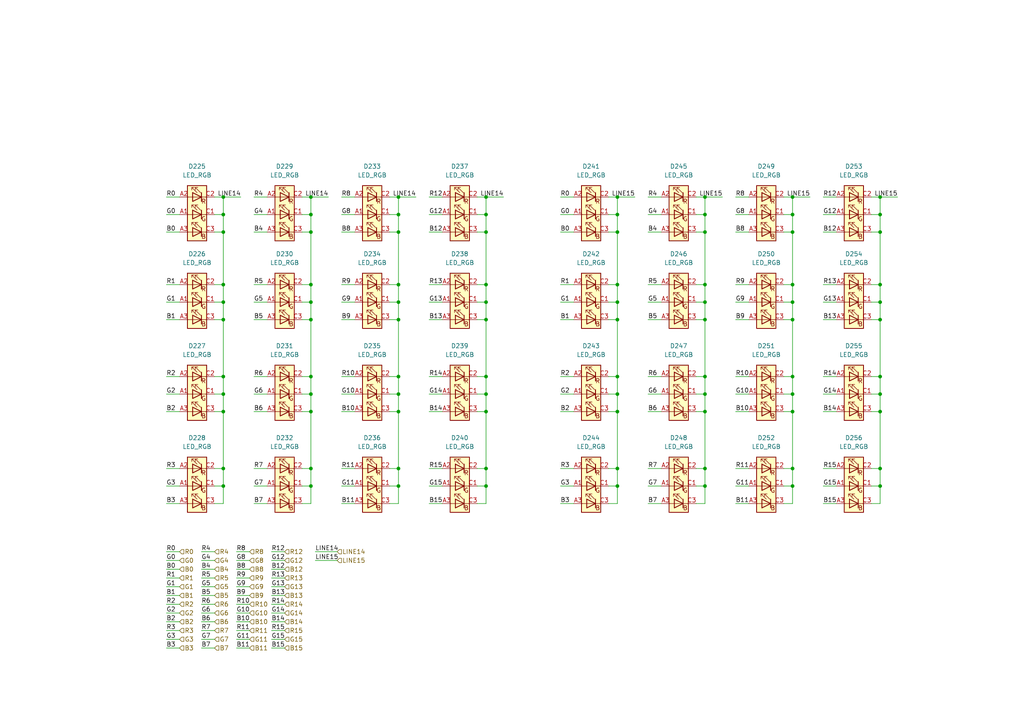
<source format=kicad_sch>
(kicad_sch (version 20250114) (generator "eeschema") (generator_version "9.0")
  (paper "A4")
  (lib_symbols
    (symbol "LRTBGVSR-4U4V-JW+8A8B-D8-3S4U-:LED_RGB" (pin_names (offset 0) (hide yes))
      (property "Reference" "D?" (at 0 13.97 0))
      (property "Value" "LED_RGB" (at 0 11.43 0))
      (symbol "LED_RGB_0_0"
        (text "R" (at -1.905 3.81 0) (effects (font (size 1.27 1.27))))
        (text "G" (at -1.905 -1.27 0) (effects (font (size 1.27 1.27))))
        (text "B" (at -1.905 -6.35 0) (effects (font (size 1.27 1.27))))
      )
      (symbol "LED_RGB_0_1"
        (polyline (pts (xy -1.27 6.35) (xy -1.27 3.81)) (stroke (width 0.254)))
        (polyline (pts (xy -1.27 6.35) (xy -1.27 3.81) (xy -1.27 3.81)))
        (polyline (pts (xy -1.27 5.08) (xy -2.54 5.08)))
        (polyline (pts (xy -1.27 5.08) (xy 1.27 5.08)))
        (polyline (pts (xy -1.27 1.27) (xy -1.27 -1.27)) (stroke (width 0.254)))
        (polyline (pts (xy -1.27 1.27) (xy -1.27 -1.27) (xy -1.27 -1.27)))
        (polyline (pts (xy -1.27 0) (xy -2.54 0)))
        (polyline (pts (xy -1.27 -3.81) (xy -1.27 -6.35)) (stroke (width 0.254)))
        (polyline (pts (xy -1.27 -5.08) (xy -2.54 -5.08)))
        (polyline (pts (xy -1.27 -5.08) (xy 1.27 -5.08)))
        (polyline (pts (xy -1.016 6.35) (xy 0.508 7.874) (xy -0.254 7.874) (xy 0.508 7.874) (xy 0.508 7.112)))
        (polyline (pts (xy -1.016 1.27) (xy 0.508 2.794) (xy -0.254 2.794) (xy 0.508 2.794) (xy 0.508 2.032)))
        (polyline (pts (xy -1.016 -3.81) (xy 0.508 -2.286) (xy -0.254 -2.286) (xy 0.508 -2.286) (xy 0.508 -3.048)))
        (polyline (pts (xy 0 6.35) (xy 1.524 7.874) (xy 0.762 7.874) (xy 1.524 7.874) (xy 1.524 7.112)))
        (polyline (pts (xy 0 1.27) (xy 1.524 2.794) (xy 0.762 2.794) (xy 1.524 2.794) (xy 1.524 2.032)))
        (polyline (pts (xy 0 -3.81) (xy 1.524 -2.286) (xy 0.762 -2.286) (xy 1.524 -2.286) (xy 1.524 -3.048)))
        (polyline (pts (xy 1.27 6.35) (xy 1.27 3.81) (xy -1.27 5.08) (xy 1.27 6.35)) (stroke (width 0.254)))
        (rectangle (start 1.27 6.35) (end 1.27 6.35))
        (polyline (pts (xy 1.27 5.08) (xy 2.54 5.08)))
        (rectangle (start 1.27 3.81) (end 1.27 6.35))
        (polyline (pts (xy 1.27 1.27) (xy 1.27 -1.27) (xy -1.27 0) (xy 1.27 1.27)) (stroke (width 0.254)))
        (rectangle (start 1.27 1.27) (end 1.27 1.27))
        (polyline (pts (xy 1.27 0) (xy -1.27 0)))
        (polyline (pts (xy 1.27 0) (xy 2.54 0)))
        (rectangle (start 1.27 -1.27) (end 1.27 1.27))
        (polyline (pts (xy 1.27 -3.81) (xy 1.27 -6.35) (xy -1.27 -5.08) (xy 1.27 -3.81)) (stroke (width 0.254)))
        (polyline (pts (xy 1.27 -5.08) (xy 2.54 -5.08)))
        (rectangle (start 2.794 8.382) (end -2.794 -7.62) (stroke (width 0.254)) (fill (type background)))
      )
      (symbol "LED_RGB_1_1"
        (pin passive line (at -5.08 5.08 0) (length 2.54) (name "RK") (number "C2"))
        (pin passive line (at -5.08 0 0) (length 2.54) (name "GK") (number "C1"))
        (pin passive line (at -5.08 -5.08 0) (length 2.54) (name "BK") (number "C3"))
        (pin passive line (at 5.08 5.08 180) (length 2.54) (name "RA") (number "A2"))
        (pin passive line (at 5.08 0 180) (length 2.54) (name "GA") (number "A1"))
        (pin passive line (at 5.08 -5.08 180) (length 2.54) (name "BA") (number "A3"))
      )
    )
  )
  (junction (at 140.97 67.31))
  (junction (at 179.07 57.15))
  (junction (at 115.57 57.15))
  (junction (at 204.47 67.31))
  (junction (at 64.77 135.89))
  (junction (at 90.17 57.15))
  (junction (at 255.27 57.15))
  (junction (at 140.97 119.38))
  (junction (at 115.57 135.89))
  (junction (at 204.47 87.63))
  (junction (at 229.87 87.63))
  (junction (at 255.27 62.23))
  (junction (at 179.07 82.55))
  (junction (at 90.17 135.89))
  (junction (at 255.27 114.3))
  (junction (at 115.57 87.63))
  (junction (at 115.57 82.55))
  (junction (at 90.17 67.31))
  (junction (at 115.57 67.31))
  (junction (at 255.27 92.71))
  (junction (at 90.17 109.22))
  (junction (at 140.97 62.23))
  (junction (at 140.97 109.22))
  (junction (at 64.77 62.23))
  (junction (at 140.97 135.89))
  (junction (at 64.77 87.63))
  (junction (at 90.17 82.55))
  (junction (at 90.17 87.63))
  (junction (at 115.57 140.97))
  (junction (at 115.57 114.3))
  (junction (at 179.07 87.63))
  (junction (at 229.87 114.3))
  (junction (at 255.27 82.55))
  (junction (at 255.27 135.89))
  (junction (at 179.07 109.22))
  (junction (at 179.07 119.38))
  (junction (at 64.77 109.22))
  (junction (at 204.47 109.22))
  (junction (at 229.87 67.31))
  (junction (at 204.47 114.3))
  (junction (at 255.27 67.31))
  (junction (at 140.97 92.71))
  (junction (at 179.07 114.3))
  (junction (at 90.17 114.3))
  (junction (at 229.87 140.97))
  (junction (at 115.57 119.38))
  (junction (at 140.97 87.63))
  (junction (at 179.07 92.71))
  (junction (at 64.77 92.71))
  (junction (at 255.27 140.97))
  (junction (at 255.27 109.22))
  (junction (at 64.77 119.38))
  (junction (at 90.17 119.38))
  (junction (at 64.77 67.31))
  (junction (at 204.47 140.97))
  (junction (at 229.87 92.71))
  (junction (at 204.47 119.38))
  (junction (at 204.47 92.71))
  (junction (at 90.17 92.71))
  (junction (at 115.57 109.22))
  (junction (at 204.47 57.15))
  (junction (at 255.27 87.63))
  (junction (at 90.17 140.97))
  (junction (at 64.77 114.3))
  (junction (at 179.07 62.23))
  (junction (at 204.47 62.23))
  (junction (at 229.87 109.22))
  (junction (at 204.47 135.89))
  (junction (at 179.07 135.89))
  (junction (at 229.87 82.55))
  (junction (at 229.87 119.38))
  (junction (at 64.77 140.97))
  (junction (at 115.57 62.23))
  (junction (at 140.97 140.97))
  (junction (at 64.77 82.55))
  (junction (at 115.57 92.71))
  (junction (at 204.47 82.55))
  (junction (at 179.07 67.31))
  (junction (at 64.77 57.15))
  (junction (at 255.27 119.38))
  (junction (at 90.17 62.23))
  (junction (at 140.97 114.3))
  (junction (at 229.87 135.89))
  (junction (at 229.87 62.23))
  (junction (at 179.07 140.97))
  (junction (at 140.97 82.55))
  (junction (at 140.97 57.15))
  (junction (at 229.87 57.15))
  (wire (pts (xy 255.27 109.22) (xy 255.27 114.3)))
  (wire (pts (xy 229.87 109.22) (xy 227.33 109.22)))
  (wire (pts (xy 204.47 135.89) (xy 204.47 140.97)))
  (wire (pts (xy 229.87 119.38) (xy 229.87 135.89)))
  (wire (pts (xy 255.27 62.23) (xy 255.27 67.31)))
  (wire (pts (xy 255.27 57.15) (xy 252.73 57.15)))
  (wire (pts (xy 179.07 62.23) (xy 176.53 62.23)))
  (wire (pts (xy 255.27 114.3) (xy 255.27 119.38)))
  (wire (pts (xy 242.57 82.55) (xy 238.76 82.55)))
  (wire (pts (xy 115.57 146.05) (xy 113.03 146.05)))
  (wire (pts (xy 140.97 82.55) (xy 140.97 87.63)))
  (wire (pts (xy 64.77 87.63) (xy 64.77 92.71)))
  (wire (pts (xy 78.74 160.02) (xy 82.55 160.02)))
  (wire (pts (xy 204.47 67.31) (xy 204.47 82.55)))
  (wire (pts (xy 78.74 185.42) (xy 82.55 185.42)))
  (wire (pts (xy 77.47 92.71) (xy 73.66 92.71)))
  (wire (pts (xy 140.97 82.55) (xy 138.43 82.55)))
  (wire (pts (xy 204.47 57.15) (xy 209.55 57.15)))
  (wire (pts (xy 58.42 177.8) (xy 62.23 177.8)))
  (wire (pts (xy 64.77 119.38) (xy 62.23 119.38)))
  (wire (pts (xy 68.58 182.88) (xy 72.39 182.88)))
  (wire (pts (xy 90.17 62.23) (xy 87.63 62.23)))
  (wire (pts (xy 115.57 135.89) (xy 113.03 135.89)))
  (wire (pts (xy 217.17 146.05) (xy 213.36 146.05)))
  (wire (pts (xy 217.17 57.15) (xy 213.36 57.15)))
  (wire (pts (xy 64.77 67.31) (xy 62.23 67.31)))
  (wire (pts (xy 191.77 109.22) (xy 187.96 109.22)))
  (wire (pts (xy 255.27 57.15) (xy 255.27 62.23)))
  (wire (pts (xy 140.97 57.15) (xy 138.43 57.15)))
  (wire (pts (xy 115.57 57.15) (xy 120.65 57.15)))
  (wire (pts (xy 90.17 92.71) (xy 87.63 92.71)))
  (wire (pts (xy 52.07 92.71) (xy 48.26 92.71)))
  (wire (pts (xy 90.17 57.15) (xy 90.17 62.23)))
  (wire (pts (xy 68.58 187.96) (xy 72.39 187.96)))
  (wire (pts (xy 91.44 162.56) (xy 97.79 162.56)))
  (wire (pts (xy 166.37 92.71) (xy 162.56 92.71)))
  (wire (pts (xy 58.42 187.96) (xy 62.23 187.96)))
  (wire (pts (xy 64.77 109.22) (xy 62.23 109.22)))
  (wire (pts (xy 191.77 119.38) (xy 187.96 119.38)))
  (wire (pts (xy 229.87 62.23) (xy 229.87 67.31)))
  (wire (pts (xy 68.58 162.56) (xy 72.39 162.56)))
  (wire (pts (xy 217.17 82.55) (xy 213.36 82.55)))
  (wire (pts (xy 58.42 182.88) (xy 62.23 182.88)))
  (wire (pts (xy 179.07 57.15) (xy 176.53 57.15)))
  (wire (pts (xy 77.47 119.38) (xy 73.66 119.38)))
  (wire (pts (xy 204.47 140.97) (xy 204.47 146.05)))
  (wire (pts (xy 255.27 87.63) (xy 252.73 87.63)))
  (wire (pts (xy 102.87 62.23) (xy 99.06 62.23)))
  (wire (pts (xy 229.87 82.55) (xy 229.87 87.63)))
  (wire (pts (xy 217.17 87.63) (xy 213.36 87.63)))
  (wire (pts (xy 255.27 119.38) (xy 252.73 119.38)))
  (wire (pts (xy 52.07 82.55) (xy 48.26 82.55)))
  (wire (pts (xy 90.17 57.15) (xy 87.63 57.15)))
  (wire (pts (xy 204.47 140.97) (xy 201.93 140.97)))
  (wire (pts (xy 90.17 109.22) (xy 90.17 114.3)))
  (wire (pts (xy 204.47 62.23) (xy 204.47 67.31)))
  (wire (pts (xy 255.27 62.23) (xy 252.73 62.23)))
  (wire (pts (xy 140.97 67.31) (xy 138.43 67.31)))
  (wire (pts (xy 229.87 62.23) (xy 227.33 62.23)))
  (wire (pts (xy 255.27 87.63) (xy 255.27 92.71)))
  (wire (pts (xy 255.27 82.55) (xy 255.27 87.63)))
  (wire (pts (xy 48.26 187.96) (xy 52.07 187.96)))
  (wire (pts (xy 128.27 146.05) (xy 124.46 146.05)))
  (wire (pts (xy 102.87 114.3) (xy 99.06 114.3)))
  (wire (pts (xy 115.57 92.71) (xy 115.57 109.22)))
  (wire (pts (xy 90.17 109.22) (xy 87.63 109.22)))
  (wire (pts (xy 64.77 82.55) (xy 64.77 87.63)))
  (wire (pts (xy 166.37 114.3) (xy 162.56 114.3)))
  (wire (pts (xy 242.57 114.3) (xy 238.76 114.3)))
  (wire (pts (xy 140.97 87.63) (xy 138.43 87.63)))
  (wire (pts (xy 77.47 67.31) (xy 73.66 67.31)))
  (wire (pts (xy 90.17 114.3) (xy 90.17 119.38)))
  (wire (pts (xy 90.17 62.23) (xy 90.17 67.31)))
  (wire (pts (xy 191.77 67.31) (xy 187.96 67.31)))
  (wire (pts (xy 115.57 57.15) (xy 113.03 57.15)))
  (wire (pts (xy 204.47 57.15) (xy 204.47 62.23)))
  (wire (pts (xy 78.74 162.56) (xy 82.55 162.56)))
  (wire (pts (xy 128.27 135.89) (xy 124.46 135.89)))
  (wire (pts (xy 64.77 114.3) (xy 62.23 114.3)))
  (wire (pts (xy 115.57 109.22) (xy 113.03 109.22)))
  (wire (pts (xy 255.27 109.22) (xy 252.73 109.22)))
  (wire (pts (xy 255.27 67.31) (xy 255.27 82.55)))
  (wire (pts (xy 90.17 119.38) (xy 90.17 135.89)))
  (wire (pts (xy 217.17 62.23) (xy 213.36 62.23)))
  (wire (pts (xy 255.27 140.97) (xy 252.73 140.97)))
  (wire (pts (xy 166.37 140.97) (xy 162.56 140.97)))
  (wire (pts (xy 78.74 165.1) (xy 82.55 165.1)))
  (wire (pts (xy 77.47 62.23) (xy 73.66 62.23)))
  (wire (pts (xy 58.42 160.02) (xy 62.23 160.02)))
  (wire (pts (xy 204.47 92.71) (xy 204.47 109.22)))
  (wire (pts (xy 204.47 109.22) (xy 204.47 114.3)))
  (wire (pts (xy 68.58 165.1) (xy 72.39 165.1)))
  (wire (pts (xy 217.17 114.3) (xy 213.36 114.3)))
  (wire (pts (xy 242.57 146.05) (xy 238.76 146.05)))
  (wire (pts (xy 140.97 62.23) (xy 138.43 62.23)))
  (wire (pts (xy 128.27 82.55) (xy 124.46 82.55)))
  (wire (pts (xy 166.37 62.23) (xy 162.56 62.23)))
  (wire (pts (xy 102.87 109.22) (xy 99.06 109.22)))
  (wire (pts (xy 191.77 146.05) (xy 187.96 146.05)))
  (wire (pts (xy 90.17 82.55) (xy 87.63 82.55)))
  (wire (pts (xy 52.07 114.3) (xy 48.26 114.3)))
  (wire (pts (xy 140.97 135.89) (xy 138.43 135.89)))
  (wire (pts (xy 64.77 92.71) (xy 64.77 109.22)))
  (wire (pts (xy 64.77 62.23) (xy 62.23 62.23)))
  (wire (pts (xy 78.74 170.18) (xy 82.55 170.18)))
  (wire (pts (xy 52.07 109.22) (xy 48.26 109.22)))
  (wire (pts (xy 77.47 82.55) (xy 73.66 82.55)))
  (wire (pts (xy 115.57 135.89) (xy 115.57 140.97)))
  (wire (pts (xy 90.17 146.05) (xy 87.63 146.05)))
  (wire (pts (xy 90.17 119.38) (xy 87.63 119.38)))
  (wire (pts (xy 191.77 92.71) (xy 187.96 92.71)))
  (wire (pts (xy 179.07 62.23) (xy 179.07 67.31)))
  (wire (pts (xy 242.57 140.97) (xy 238.76 140.97)))
  (wire (pts (xy 179.07 114.3) (xy 179.07 119.38)))
  (wire (pts (xy 204.47 114.3) (xy 204.47 119.38)))
  (wire (pts (xy 204.47 82.55) (xy 201.93 82.55)))
  (wire (pts (xy 255.27 135.89) (xy 252.73 135.89)))
  (wire (pts (xy 102.87 57.15) (xy 99.06 57.15)))
  (wire (pts (xy 179.07 92.71) (xy 179.07 109.22)))
  (wire (pts (xy 102.87 140.97) (xy 99.06 140.97)))
  (wire (pts (xy 140.97 87.63) (xy 140.97 92.71)))
  (wire (pts (xy 229.87 135.89) (xy 227.33 135.89)))
  (wire (pts (xy 102.87 146.05) (xy 99.06 146.05)))
  (wire (pts (xy 64.77 82.55) (xy 62.23 82.55)))
  (wire (pts (xy 179.07 92.71) (xy 176.53 92.71)))
  (wire (pts (xy 90.17 57.15) (xy 95.25 57.15)))
  (wire (pts (xy 229.87 119.38) (xy 227.33 119.38)))
  (wire (pts (xy 90.17 135.89) (xy 87.63 135.89)))
  (wire (pts (xy 140.97 109.22) (xy 140.97 114.3)))
  (wire (pts (xy 242.57 92.71) (xy 238.76 92.71)))
  (wire (pts (xy 255.27 92.71) (xy 252.73 92.71)))
  (wire (pts (xy 52.07 119.38) (xy 48.26 119.38)))
  (wire (pts (xy 166.37 82.55) (xy 162.56 82.55)))
  (wire (pts (xy 48.26 165.1) (xy 52.07 165.1)))
  (wire (pts (xy 128.27 119.38) (xy 124.46 119.38)))
  (wire (pts (xy 179.07 82.55) (xy 179.07 87.63)))
  (wire (pts (xy 191.77 114.3) (xy 187.96 114.3)))
  (wire (pts (xy 166.37 146.05) (xy 162.56 146.05)))
  (wire (pts (xy 204.47 82.55) (xy 204.47 87.63)))
  (wire (pts (xy 77.47 146.05) (xy 73.66 146.05)))
  (wire (pts (xy 179.07 140.97) (xy 176.53 140.97)))
  (wire (pts (xy 140.97 57.15) (xy 140.97 62.23)))
  (wire (pts (xy 58.42 180.34) (xy 62.23 180.34)))
  (wire (pts (xy 204.47 92.71) (xy 201.93 92.71)))
  (wire (pts (xy 58.42 175.26) (xy 62.23 175.26)))
  (wire (pts (xy 115.57 92.71) (xy 113.03 92.71)))
  (wire (pts (xy 115.57 119.38) (xy 113.03 119.38)))
  (wire (pts (xy 52.07 146.05) (xy 48.26 146.05)))
  (wire (pts (xy 242.57 67.31) (xy 238.76 67.31)))
  (wire (pts (xy 179.07 87.63) (xy 179.07 92.71)))
  (wire (pts (xy 255.27 135.89) (xy 255.27 140.97)))
  (wire (pts (xy 229.87 87.63) (xy 229.87 92.71)))
  (wire (pts (xy 77.47 114.3) (xy 73.66 114.3)))
  (wire (pts (xy 255.27 92.71) (xy 255.27 109.22)))
  (wire (pts (xy 64.77 62.23) (xy 64.77 67.31)))
  (wire (pts (xy 217.17 135.89) (xy 213.36 135.89)))
  (wire (pts (xy 191.77 57.15) (xy 187.96 57.15)))
  (wire (pts (xy 217.17 67.31) (xy 213.36 67.31)))
  (wire (pts (xy 179.07 114.3) (xy 176.53 114.3)))
  (wire (pts (xy 58.42 167.64) (xy 62.23 167.64)))
  (wire (pts (xy 204.47 119.38) (xy 204.47 135.89)))
  (wire (pts (xy 204.47 146.05) (xy 201.93 146.05)))
  (wire (pts (xy 48.26 172.72) (xy 52.07 172.72)))
  (wire (pts (xy 52.07 67.31) (xy 48.26 67.31)))
  (wire (pts (xy 64.77 146.05) (xy 62.23 146.05)))
  (wire (pts (xy 229.87 92.71) (xy 229.87 109.22)))
  (wire (pts (xy 140.97 67.31) (xy 140.97 82.55)))
  (wire (pts (xy 58.42 185.42) (xy 62.23 185.42)))
  (wire (pts (xy 48.26 182.88) (xy 52.07 182.88)))
  (wire (pts (xy 191.77 82.55) (xy 187.96 82.55)))
  (wire (pts (xy 48.26 175.26) (xy 52.07 175.26)))
  (wire (pts (xy 229.87 67.31) (xy 227.33 67.31)))
  (wire (pts (xy 68.58 170.18) (xy 72.39 170.18)))
  (wire (pts (xy 115.57 67.31) (xy 113.03 67.31)))
  (wire (pts (xy 179.07 67.31) (xy 179.07 82.55)))
  (wire (pts (xy 90.17 87.63) (xy 90.17 92.71)))
  (wire (pts (xy 64.77 109.22) (xy 64.77 114.3)))
  (wire (pts (xy 179.07 140.97) (xy 179.07 146.05)))
  (wire (pts (xy 48.26 160.02) (xy 52.07 160.02)))
  (wire (pts (xy 140.97 119.38) (xy 138.43 119.38)))
  (wire (pts (xy 179.07 146.05) (xy 176.53 146.05)))
  (wire (pts (xy 77.47 140.97) (xy 73.66 140.97)))
  (wire (pts (xy 166.37 57.15) (xy 162.56 57.15)))
  (wire (pts (xy 58.42 172.72) (xy 62.23 172.72)))
  (wire (pts (xy 255.27 146.05) (xy 252.73 146.05)))
  (wire (pts (xy 52.07 140.97) (xy 48.26 140.97)))
  (wire (pts (xy 102.87 87.63) (xy 99.06 87.63)))
  (wire (pts (xy 90.17 140.97) (xy 87.63 140.97)))
  (wire (pts (xy 64.77 87.63) (xy 62.23 87.63)))
  (wire (pts (xy 255.27 57.15) (xy 260.35 57.15)))
  (wire (pts (xy 90.17 87.63) (xy 87.63 87.63)))
  (wire (pts (xy 229.87 114.3) (xy 227.33 114.3)))
  (wire (pts (xy 68.58 177.8) (xy 72.39 177.8)))
  (wire (pts (xy 115.57 140.97) (xy 113.03 140.97)))
  (wire (pts (xy 78.74 187.96) (xy 82.55 187.96)))
  (wire (pts (xy 204.47 87.63) (xy 204.47 92.71)))
  (wire (pts (xy 242.57 57.15) (xy 238.76 57.15)))
  (wire (pts (xy 52.07 135.89) (xy 48.26 135.89)))
  (wire (pts (xy 64.77 119.38) (xy 64.77 135.89)))
  (wire (pts (xy 115.57 67.31) (xy 115.57 82.55)))
  (wire (pts (xy 229.87 57.15) (xy 227.33 57.15)))
  (wire (pts (xy 102.87 82.55) (xy 99.06 82.55)))
  (wire (pts (xy 191.77 140.97) (xy 187.96 140.97)))
  (wire (pts (xy 229.87 57.15) (xy 234.95 57.15)))
  (wire (pts (xy 102.87 92.71) (xy 99.06 92.71)))
  (wire (pts (xy 140.97 114.3) (xy 140.97 119.38)))
  (wire (pts (xy 217.17 92.71) (xy 213.36 92.71)))
  (wire (pts (xy 115.57 114.3) (xy 115.57 119.38)))
  (wire (pts (xy 217.17 109.22) (xy 213.36 109.22)))
  (wire (pts (xy 58.42 162.56) (xy 62.23 162.56)))
  (wire (pts (xy 242.57 62.23) (xy 238.76 62.23)))
  (wire (pts (xy 115.57 87.63) (xy 113.03 87.63)))
  (wire (pts (xy 204.47 57.15) (xy 201.93 57.15)))
  (wire (pts (xy 115.57 82.55) (xy 115.57 87.63)))
  (wire (pts (xy 229.87 135.89) (xy 229.87 140.97)))
  (wire (pts (xy 64.77 57.15) (xy 64.77 62.23)))
  (wire (pts (xy 217.17 140.97) (xy 213.36 140.97)))
  (wire (pts (xy 229.87 92.71) (xy 227.33 92.71)))
  (wire (pts (xy 90.17 114.3) (xy 87.63 114.3)))
  (wire (pts (xy 52.07 87.63) (xy 48.26 87.63)))
  (wire (pts (xy 115.57 57.15) (xy 115.57 62.23)))
  (wire (pts (xy 166.37 87.63) (xy 162.56 87.63)))
  (wire (pts (xy 179.07 57.15) (xy 184.15 57.15)))
  (wire (pts (xy 140.97 140.97) (xy 140.97 146.05)))
  (wire (pts (xy 229.87 109.22) (xy 229.87 114.3)))
  (wire (pts (xy 128.27 109.22) (xy 124.46 109.22)))
  (wire (pts (xy 229.87 114.3) (xy 229.87 119.38)))
  (wire (pts (xy 179.07 87.63) (xy 176.53 87.63)))
  (wire (pts (xy 128.27 67.31) (xy 124.46 67.31)))
  (wire (pts (xy 48.26 185.42) (xy 52.07 185.42)))
  (wire (pts (xy 204.47 87.63) (xy 201.93 87.63)))
  (wire (pts (xy 204.47 114.3) (xy 201.93 114.3)))
  (wire (pts (xy 78.74 175.26) (xy 82.55 175.26)))
  (wire (pts (xy 77.47 135.89) (xy 73.66 135.89)))
  (wire (pts (xy 166.37 119.38) (xy 162.56 119.38)))
  (wire (pts (xy 255.27 82.55) (xy 252.73 82.55)))
  (wire (pts (xy 140.97 119.38) (xy 140.97 135.89)))
  (wire (pts (xy 204.47 67.31) (xy 201.93 67.31)))
  (wire (pts (xy 179.07 135.89) (xy 179.07 140.97)))
  (wire (pts (xy 115.57 87.63) (xy 115.57 92.71)))
  (wire (pts (xy 179.07 67.31) (xy 176.53 67.31)))
  (wire (pts (xy 242.57 119.38) (xy 238.76 119.38)))
  (wire (pts (xy 204.47 119.38) (xy 201.93 119.38)))
  (wire (pts (xy 242.57 87.63) (xy 238.76 87.63)))
  (wire (pts (xy 242.57 109.22) (xy 238.76 109.22)))
  (wire (pts (xy 78.74 180.34) (xy 82.55 180.34)))
  (wire (pts (xy 191.77 135.89) (xy 187.96 135.89)))
  (wire (pts (xy 48.26 180.34) (xy 52.07 180.34)))
  (wire (pts (xy 52.07 62.23) (xy 48.26 62.23)))
  (wire (pts (xy 78.74 177.8) (xy 82.55 177.8)))
  (wire (pts (xy 77.47 87.63) (xy 73.66 87.63)))
  (wire (pts (xy 90.17 82.55) (xy 90.17 87.63)))
  (wire (pts (xy 64.77 135.89) (xy 62.23 135.89)))
  (wire (pts (xy 179.07 109.22) (xy 176.53 109.22)))
  (wire (pts (xy 191.77 87.63) (xy 187.96 87.63)))
  (wire (pts (xy 140.97 62.23) (xy 140.97 67.31)))
  (wire (pts (xy 229.87 67.31) (xy 229.87 82.55)))
  (wire (pts (xy 115.57 119.38) (xy 115.57 135.89)))
  (wire (pts (xy 68.58 180.34) (xy 72.39 180.34)))
  (wire (pts (xy 166.37 67.31) (xy 162.56 67.31)))
  (wire (pts (xy 90.17 92.71) (xy 90.17 109.22)))
  (wire (pts (xy 68.58 160.02) (xy 72.39 160.02)))
  (wire (pts (xy 64.77 67.31) (xy 64.77 82.55)))
  (wire (pts (xy 90.17 67.31) (xy 90.17 82.55)))
  (wire (pts (xy 140.97 57.15) (xy 146.05 57.15)))
  (wire (pts (xy 166.37 109.22) (xy 162.56 109.22)))
  (wire (pts (xy 204.47 135.89) (xy 201.93 135.89)))
  (wire (pts (xy 179.07 109.22) (xy 179.07 114.3)))
  (wire (pts (xy 140.97 109.22) (xy 138.43 109.22)))
  (wire (pts (xy 128.27 140.97) (xy 124.46 140.97)))
  (wire (pts (xy 255.27 140.97) (xy 255.27 146.05)))
  (wire (pts (xy 229.87 140.97) (xy 227.33 140.97)))
  (wire (pts (xy 229.87 82.55) (xy 227.33 82.55)))
  (wire (pts (xy 179.07 57.15) (xy 179.07 62.23)))
  (wire (pts (xy 68.58 167.64) (xy 72.39 167.64)))
  (wire (pts (xy 48.26 177.8) (xy 52.07 177.8)))
  (wire (pts (xy 128.27 114.3) (xy 124.46 114.3)))
  (wire (pts (xy 102.87 135.89) (xy 99.06 135.89)))
  (wire (pts (xy 68.58 175.26) (xy 72.39 175.26)))
  (wire (pts (xy 128.27 87.63) (xy 124.46 87.63)))
  (wire (pts (xy 77.47 109.22) (xy 73.66 109.22)))
  (wire (pts (xy 90.17 140.97) (xy 90.17 146.05)))
  (wire (pts (xy 255.27 114.3) (xy 252.73 114.3)))
  (wire (pts (xy 115.57 114.3) (xy 113.03 114.3)))
  (wire (pts (xy 166.37 135.89) (xy 162.56 135.89)))
  (wire (pts (xy 78.74 172.72) (xy 82.55 172.72)))
  (wire (pts (xy 128.27 62.23) (xy 124.46 62.23)))
  (wire (pts (xy 102.87 67.31) (xy 99.06 67.31)))
  (wire (pts (xy 128.27 92.71) (xy 124.46 92.71)))
  (wire (pts (xy 58.42 165.1) (xy 62.23 165.1)))
  (wire (pts (xy 229.87 57.15) (xy 229.87 62.23)))
  (wire (pts (xy 64.77 92.71) (xy 62.23 92.71)))
  (wire (pts (xy 115.57 62.23) (xy 113.03 62.23)))
  (wire (pts (xy 90.17 135.89) (xy 90.17 140.97)))
  (wire (pts (xy 77.47 57.15) (xy 73.66 57.15)))
  (wire (pts (xy 68.58 185.42) (xy 72.39 185.42)))
  (wire (pts (xy 68.58 172.72) (xy 72.39 172.72)))
  (wire (pts (xy 229.87 146.05) (xy 227.33 146.05)))
  (wire (pts (xy 179.07 82.55) (xy 176.53 82.55)))
  (wire (pts (xy 91.44 160.02) (xy 97.79 160.02)))
  (wire (pts (xy 140.97 135.89) (xy 140.97 140.97)))
  (wire (pts (xy 204.47 62.23) (xy 201.93 62.23)))
  (wire (pts (xy 64.77 57.15) (xy 62.23 57.15)))
  (wire (pts (xy 102.87 119.38) (xy 99.06 119.38)))
  (wire (pts (xy 115.57 140.97) (xy 115.57 146.05)))
  (wire (pts (xy 140.97 140.97) (xy 138.43 140.97)))
  (wire (pts (xy 140.97 92.71) (xy 140.97 109.22)))
  (wire (pts (xy 64.77 140.97) (xy 62.23 140.97)))
  (wire (pts (xy 90.17 67.31) (xy 87.63 67.31)))
  (wire (pts (xy 179.07 119.38) (xy 179.07 135.89)))
  (wire (pts (xy 140.97 146.05) (xy 138.43 146.05)))
  (wire (pts (xy 115.57 82.55) (xy 113.03 82.55)))
  (wire (pts (xy 48.26 170.18) (xy 52.07 170.18)))
  (wire (pts (xy 48.26 162.56) (xy 52.07 162.56)))
  (wire (pts (xy 58.42 170.18) (xy 62.23 170.18)))
  (wire (pts (xy 255.27 67.31) (xy 252.73 67.31)))
  (wire (pts (xy 217.17 119.38) (xy 213.36 119.38)))
  (wire (pts (xy 64.77 135.89) (xy 64.77 140.97)))
  (wire (pts (xy 242.57 135.89) (xy 238.76 135.89)))
  (wire (pts (xy 115.57 62.23) (xy 115.57 67.31)))
  (wire (pts (xy 78.74 182.88) (xy 82.55 182.88)))
  (wire (pts (xy 78.74 167.64) (xy 82.55 167.64)))
  (wire (pts (xy 52.07 57.15) (xy 48.26 57.15)))
  (wire (pts (xy 140.97 92.71) (xy 138.43 92.71)))
  (wire (pts (xy 64.77 114.3) (xy 64.77 119.38)))
  (wire (pts (xy 191.77 62.23) (xy 187.96 62.23)))
  (wire (pts (xy 179.07 119.38) (xy 176.53 119.38)))
  (wire (pts (xy 48.26 167.64) (xy 52.07 167.64)))
  (wire (pts (xy 140.97 114.3) (xy 138.43 114.3)))
  (wire (pts (xy 128.27 57.15) (xy 124.46 57.15)))
  (wire (pts (xy 229.87 140.97) (xy 229.87 146.05)))
  (wire (pts (xy 64.77 140.97) (xy 64.77 146.05)))
  (wire (pts (xy 229.87 87.63) (xy 227.33 87.63)))
  (wire (pts (xy 204.47 109.22) (xy 201.93 109.22)))
  (wire (pts (xy 179.07 135.89) (xy 176.53 135.89)))
  (wire (pts (xy 64.77 57.15) (xy 69.85 57.15)))
  (wire (pts (xy 255.27 119.38) (xy 255.27 135.89)))
  (wire (pts (xy 115.57 109.22) (xy 115.57 114.3)))
  (label "B4" (at 73.66 67.31 0))
  (label "G11" (at 213.36 140.97 0))
  (label "B8" (at 213.36 67.31 0))
  (label "G6" (at 187.96 114.3 0))
  (label "LINE14" (at 120.65 57.15 180))
  (label "G10" (at 99.06 114.3 0))
  (label "R5" (at 187.96 82.55 0))
  (label "R5" (at 73.66 82.55 0))
  (label "G0" (at 48.26 162.56 0))
  (label "G11" (at 68.58 185.42 0))
  (label "R14" (at 124.46 109.22 0))
  (label "B1" (at 48.26 92.71 0))
  (label "B13" (at 78.74 172.72 0))
  (label "G4" (at 73.66 62.23 0))
  (label "R7" (at 187.96 135.89 0))
  (label "R11" (at 213.36 135.89 0))
  (label "G1" (at 48.26 170.18 0))
  (label "B14" (at 238.76 119.38 0))
  (label "R4" (at 73.66 57.15 0))
  (label "B11" (at 213.36 146.05 0))
  (label "G7" (at 73.66 140.97 0))
  (label "R1" (at 48.26 167.64 0))
  (label "B14" (at 124.46 119.38 0))
  (label "R15" (at 238.76 135.89 0))
  (label "R11" (at 68.58 182.88 0))
  (label "B12" (at 238.76 67.31 0))
  (label "G9" (at 99.06 87.63 0))
  (label "G3" (at 48.26 185.42 0))
  (label "LINE15" (at 260.35 57.15 180))
  (label "R4" (at 187.96 57.15 0))
  (label "B11" (at 99.06 146.05 0))
  (label "R9" (at 213.36 82.55 0))
  (label "R9" (at 99.06 82.55 0))
  (label "B9" (at 68.58 172.72 0))
  (label "G13" (at 124.46 87.63 0))
  (label "B10" (at 99.06 119.38 0))
  (label "G4" (at 58.42 162.56 0))
  (label "G0" (at 48.26 62.23 0))
  (label "R6" (at 58.42 175.26 0))
  (label "B10" (at 213.36 119.38 0))
  (label "G13" (at 78.74 170.18 0))
  (label "R6" (at 73.66 109.22 0))
  (label "B8" (at 99.06 67.31 0))
  (label "G4" (at 187.96 62.23 0))
  (label "B7" (at 187.96 146.05 0))
  (label "B1" (at 162.56 92.71 0))
  (label "G8" (at 68.58 162.56 0))
  (label "LINE14" (at 91.44 160.02 0))
  (label "B14" (at 78.74 180.34 0))
  (label "G15" (at 78.74 185.42 0))
  (label "R8" (at 213.36 57.15 0))
  (label "G14" (at 78.74 177.8 0))
  (label "LINE14" (at 95.25 57.15 180))
  (label "G8" (at 213.36 62.23 0))
  (label "R7" (at 58.42 182.88 0))
  (label "G5" (at 187.96 87.63 0))
  (label "G2" (at 48.26 177.8 0))
  (label "B8" (at 68.58 165.1 0))
  (label "G5" (at 58.42 170.18 0))
  (label "R10" (at 99.06 109.22 0))
  (label "B15" (at 238.76 146.05 0))
  (label "R1" (at 48.26 82.55 0))
  (label "B0" (at 162.56 67.31 0))
  (label "G9" (at 68.58 170.18 0))
  (label "R13" (at 78.74 167.64 0))
  (label "B5" (at 73.66 92.71 0))
  (label "B3" (at 48.26 187.96 0))
  (label "B15" (at 78.74 187.96 0))
  (label "R3" (at 48.26 182.88 0))
  (label "B6" (at 73.66 119.38 0))
  (label "R5" (at 58.42 167.64 0))
  (label "G10" (at 213.36 114.3 0))
  (label "G12" (at 238.76 62.23 0))
  (label "G3" (at 48.26 140.97 0))
  (label "B11" (at 68.58 187.96 0))
  (label "G0" (at 162.56 62.23 0))
  (label "B3" (at 162.56 146.05 0))
  (label "B3" (at 48.26 146.05 0))
  (label "G2" (at 162.56 114.3 0))
  (label "B0" (at 48.26 165.1 0))
  (label "G2" (at 48.26 114.3 0))
  (label "R12" (at 78.74 160.02 0))
  (label "B9" (at 99.06 92.71 0))
  (label "R3" (at 48.26 135.89 0))
  (label "G3" (at 162.56 140.97 0))
  (label "R15" (at 124.46 135.89 0))
  (label "B6" (at 58.42 180.34 0))
  (label "G7" (at 58.42 185.42 0))
  (label "LINE14" (at 146.05 57.15 180))
  (label "G11" (at 99.06 140.97 0))
  (label "B7" (at 58.42 187.96 0))
  (label "R8" (at 68.58 160.02 0))
  (label "R12" (at 238.76 57.15 0))
  (label "R0" (at 48.26 57.15 0))
  (label "G5" (at 73.66 87.63 0))
  (label "G12" (at 78.74 162.56 0))
  (label "B7" (at 73.66 146.05 0))
  (label "G13" (at 238.76 87.63 0))
  (label "B5" (at 187.96 92.71 0))
  (label "G14" (at 124.46 114.3 0))
  (label "R12" (at 124.46 57.15 0))
  (label "R13" (at 124.46 82.55 0))
  (label "LINE15" (at 91.44 162.56 0))
  (label "B9" (at 213.36 92.71 0))
  (label "R11" (at 99.06 135.89 0))
  (label "G7" (at 187.96 140.97 0))
  (label "LINE15" (at 184.15 57.15 180))
  (label "G6" (at 58.42 177.8 0))
  (label "B2" (at 48.26 119.38 0))
  (label "R14" (at 78.74 175.26 0))
  (label "B15" (at 124.46 146.05 0))
  (label "R3" (at 162.56 135.89 0))
  (label "B5" (at 58.42 172.72 0))
  (label "R8" (at 99.06 57.15 0))
  (label "R10" (at 68.58 175.26 0))
  (label "R7" (at 73.66 135.89 0))
  (label "G9" (at 213.36 87.63 0))
  (label "LINE15" (at 209.55 57.15 180))
  (label "R1" (at 162.56 82.55 0))
  (label "G14" (at 238.76 114.3 0))
  (label "R0" (at 48.26 160.02 0))
  (label "LINE15" (at 234.95 57.15 180))
  (label "B2" (at 48.26 180.34 0))
  (label "G1" (at 162.56 87.63 0))
  (label "R13" (at 238.76 82.55 0))
  (label "G6" (at 73.66 114.3 0))
  (label "G8" (at 99.06 62.23 0))
  (label "R0" (at 162.56 57.15 0))
  (label "R2" (at 162.56 109.22 0))
  (label "B13" (at 238.76 92.71 0))
  (label "B1" (at 48.26 172.72 0))
  (label "R2" (at 48.26 175.26 0))
  (label "R15" (at 78.74 182.88 0))
  (label "B6" (at 187.96 119.38 0))
  (label "LINE14" (at 69.85 57.15 180))
  (label "B0" (at 48.26 67.31 0))
  (label "B10" (at 68.58 180.34 0))
  (label "G10" (at 68.58 177.8 0))
  (label "R6" (at 187.96 109.22 0))
  (label "B12" (at 124.46 67.31 0))
  (label "R2" (at 48.26 109.22 0))
  (label "B13" (at 124.46 92.71 0))
  (label "G15" (at 238.76 140.97 0))
  (label "R10" (at 213.36 109.22 0))
  (label "R4" (at 58.42 160.02 0))
  (label "B4" (at 58.42 165.1 0))
  (label "G1" (at 48.26 87.63 0))
  (label "B12" (at 78.74 165.1 0))
  (label "B4" (at 187.96 67.31 0))
  (label "G12" (at 124.46 62.23 0))
  (label "R14" (at 238.76 109.22 0))
  (label "B2" (at 162.56 119.38 0))
  (label "R9" (at 68.58 167.64 0))
  (label "G15" (at 124.46 140.97 0))
  (hierarchical_label "R5" (shape input) (at 62.23 167.64 0))
  (hierarchical_label "B2" (shape input) (at 52.07 180.34 0))
  (hierarchical_label "R11" (shape input) (at 72.39 182.88 0))
  (hierarchical_label "LINE15" (shape input) (at 97.79 162.56 0))
  (hierarchical_label "G15" (shape input) (at 82.55 185.42 0))
  (hierarchical_label "B6" (shape input) (at 62.23 180.34 0))
  (hierarchical_label "G14" (shape input) (at 82.55 177.8 0))
  (hierarchical_label "G0" (shape input) (at 52.07 162.56 0))
  (hierarchical_label "B15" (shape input) (at 82.55 187.96 0))
  (hierarchical_label "G4" (shape input) (at 62.23 162.56 0))
  (hierarchical_label "G7" (shape input) (at 62.23 185.42 0))
  (hierarchical_label "R2" (shape input) (at 52.07 175.26 0))
  (hierarchical_label "R7" (shape input) (at 62.23 182.88 0))
  (hierarchical_label "B3" (shape input) (at 52.07 187.96 0))
  (hierarchical_label "R14" (shape input) (at 82.55 175.26 0))
  (hierarchical_label "B0" (shape input) (at 52.07 165.1 0))
  (hierarchical_label "R4" (shape input) (at 62.23 160.02 0))
  (hierarchical_label "B11" (shape input) (at 72.39 187.96 0))
  (hierarchical_label "B7" (shape input) (at 62.23 187.96 0))
  (hierarchical_label "B12" (shape input) (at 82.55 165.1 0))
  (hierarchical_label "G5" (shape input) (at 62.23 170.18 0))
  (hierarchical_label "R8" (shape input) (at 72.39 160.02 0))
  (hierarchical_label "R3" (shape input) (at 52.07 182.88 0))
  (hierarchical_label "G10" (shape input) (at 72.39 177.8 0))
  (hierarchical_label "G1" (shape input) (at 52.07 170.18 0))
  (hierarchical_label "B4" (shape input) (at 62.23 165.1 0))
  (hierarchical_label "LINE14" (shape input) (at 97.79 160.02 0))
  (hierarchical_label "G13" (shape input) (at 82.55 170.18 0))
  (hierarchical_label "G8" (shape input) (at 72.39 162.56 0))
  (hierarchical_label "R6" (shape input) (at 62.23 175.26 0))
  (hierarchical_label "B5" (shape input) (at 62.23 172.72 0))
  (hierarchical_label "G3" (shape input) (at 52.07 185.42 0))
  (hierarchical_label "R10" (shape input) (at 72.39 175.26 0))
  (hierarchical_label "R9" (shape input) (at 72.39 167.64 0))
  (hierarchical_label "G6" (shape input) (at 62.23 177.8 0))
  (hierarchical_label "G12" (shape input) (at 82.55 162.56 0))
  (hierarchical_label "R15" (shape input) (at 82.55 182.88 0))
  (hierarchical_label "B9" (shape input) (at 72.39 172.72 0))
  (hierarchical_label "G9" (shape input) (at 72.39 170.18 0))
  (hierarchical_label "R12" (shape input) (at 82.55 160.02 0))
  (hierarchical_label "B10" (shape input) (at 72.39 180.34 0))
  (hierarchical_label "R1" (shape input) (at 52.07 167.64 0))
  (hierarchical_label "B1" (shape input) (at 52.07 172.72 0))
  (hierarchical_label "R0" (shape input) (at 52.07 160.02 0))
  (hierarchical_label "G2" (shape input) (at 52.07 177.8 0))
  (hierarchical_label "G11" (shape input) (at 72.39 185.42 0))
  (hierarchical_label "B13" (shape input) (at 82.55 172.72 0))
  (hierarchical_label "R13" (shape input) (at 82.55 167.64 0))
  (hierarchical_label "B8" (shape input) (at 72.39 165.1 0))
  (hierarchical_label "B14" (shape input) (at 82.55 180.34 0))
  (symbol (lib_id "LRTBGVSR-4U4V-JW+8A8B-D8-3S4U-:LED_RGB") (at 222.25 62.23 0) (mirror y) (unit 1)
    (property "Reference" "D249" (at 222.25 48.26 0))
    (property "Value" "LED_RGB" (at 222.25 50.8 0))
    (property "Footprint" "LRTBGVSR-4U4V-JW+8A8B-D8-3S4U-7Z:LRTBGVSR4U4VJW8A8BD83S4U7Z" (effects (hide yes)))
    (property "Description" "RGB LED, 6 pin package" (effects (hide yes)))
  )
  (symbol (lib_id "LRTBGVSR-4U4V-JW+8A8B-D8-3S4U-:LED_RGB") (at 133.35 87.63 0) (mirror y) (unit 1)
    (property "Reference" "D238" (at 133.35 73.66 0))
    (property "Value" "LED_RGB" (at 133.35 76.2 0))
    (property "Footprint" "LRTBGVSR-4U4V-JW+8A8B-D8-3S4U-7Z:LRTBGVSR4U4VJW8A8BD83S4U7Z" (effects (hide yes)))
    (property "Description" "RGB LED, 6 pin package" (effects (hide yes)))
  )
  (symbol (lib_id "LRTBGVSR-4U4V-JW+8A8B-D8-3S4U-:LED_RGB") (at 196.85 114.3 0) (mirror y) (unit 1)
    (property "Reference" "D247" (at 196.85 100.33 0))
    (property "Value" "LED_RGB" (at 196.85 102.87 0))
    (property "Footprint" "LRTBGVSR-4U4V-JW+8A8B-D8-3S4U-7Z:LRTBGVSR4U4VJW8A8BD83S4U7Z" (effects (hide yes)))
    (property "Description" "RGB LED, 6 pin package" (effects (hide yes)))
  )
  (symbol (lib_id "LRTBGVSR-4U4V-JW+8A8B-D8-3S4U-:LED_RGB") (at 82.55 62.23 0) (mirror y) (unit 1)
    (property "Reference" "D229" (at 82.55 48.26 0))
    (property "Value" "LED_RGB" (at 82.55 50.8 0))
    (property "Footprint" "LRTBGVSR-4U4V-JW+8A8B-D8-3S4U-7Z:LRTBGVSR4U4VJW8A8BD83S4U7Z" (effects (hide yes)))
    (property "Description" "RGB LED, 6 pin package" (effects (hide yes)))
  )
  (symbol (lib_id "LRTBGVSR-4U4V-JW+8A8B-D8-3S4U-:LED_RGB") (at 107.95 87.63 0) (mirror y) (unit 1)
    (property "Reference" "D234" (at 107.95 73.66 0))
    (property "Value" "LED_RGB" (at 107.95 76.2 0))
    (property "Footprint" "LRTBGVSR-4U4V-JW+8A8B-D8-3S4U-7Z:LRTBGVSR4U4VJW8A8BD83S4U7Z" (effects (hide yes)))
    (property "Description" "RGB LED, 6 pin package" (effects (hide yes)))
  )
  (symbol (lib_id "LRTBGVSR-4U4V-JW+8A8B-D8-3S4U-:LED_RGB") (at 107.95 140.97 0) (mirror y) (unit 1)
    (property "Reference" "D236" (at 107.95 127 0))
    (property "Value" "LED_RGB" (at 107.95 129.54 0))
    (property "Footprint" "LRTBGVSR-4U4V-JW+8A8B-D8-3S4U-7Z:LRTBGVSR4U4VJW8A8BD83S4U7Z" (effects (hide yes)))
    (property "Description" "RGB LED, 6 pin package" (effects (hide yes)))
  )
  (symbol (lib_id "LRTBGVSR-4U4V-JW+8A8B-D8-3S4U-:LED_RGB") (at 82.55 140.97 0) (mirror y) (unit 1)
    (property "Reference" "D232" (at 82.55 127 0))
    (property "Value" "LED_RGB" (at 82.55 129.54 0))
    (property "Footprint" "LRTBGVSR-4U4V-JW+8A8B-D8-3S4U-7Z:LRTBGVSR4U4VJW8A8BD83S4U7Z" (effects (hide yes)))
    (property "Description" "RGB LED, 6 pin package" (effects (hide yes)))
  )
  (symbol (lib_id "LRTBGVSR-4U4V-JW+8A8B-D8-3S4U-:LED_RGB") (at 247.65 140.97 0) (mirror y) (unit 1)
    (property "Reference" "D256" (at 247.65 127 0))
    (property "Value" "LED_RGB" (at 247.65 129.54 0))
    (property "Footprint" "LRTBGVSR-4U4V-JW+8A8B-D8-3S4U-7Z:LRTBGVSR4U4VJW8A8BD83S4U7Z" (effects (hide yes)))
    (property "Description" "RGB LED, 6 pin package" (effects (hide yes)))
  )
  (symbol (lib_id "LRTBGVSR-4U4V-JW+8A8B-D8-3S4U-:LED_RGB") (at 107.95 62.23 0) (mirror y) (unit 1)
    (property "Reference" "D233" (at 107.95 48.26 0))
    (property "Value" "LED_RGB" (at 107.95 50.8 0))
    (property "Footprint" "LRTBGVSR-4U4V-JW+8A8B-D8-3S4U-7Z:LRTBGVSR4U4VJW8A8BD83S4U7Z" (effects (hide yes)))
    (property "Description" "RGB LED, 6 pin package" (effects (hide yes)))
  )
  (symbol (lib_id "LRTBGVSR-4U4V-JW+8A8B-D8-3S4U-:LED_RGB") (at 196.85 62.23 0) (mirror y) (unit 1)
    (property "Reference" "D245" (at 196.85 48.26 0))
    (property "Value" "LED_RGB" (at 196.85 50.8 0))
    (property "Footprint" "LRTBGVSR-4U4V-JW+8A8B-D8-3S4U-7Z:LRTBGVSR4U4VJW8A8BD83S4U7Z" (effects (hide yes)))
    (property "Description" "RGB LED, 6 pin package" (effects (hide yes)))
  )
  (symbol (lib_id "LRTBGVSR-4U4V-JW+8A8B-D8-3S4U-:LED_RGB") (at 133.35 140.97 0) (mirror y) (unit 1)
    (property "Reference" "D240" (at 133.35 127 0))
    (property "Value" "LED_RGB" (at 133.35 129.54 0))
    (property "Footprint" "LRTBGVSR-4U4V-JW+8A8B-D8-3S4U-7Z:LRTBGVSR4U4VJW8A8BD83S4U7Z" (effects (hide yes)))
    (property "Description" "RGB LED, 6 pin package" (effects (hide yes)))
  )
  (symbol (lib_id "LRTBGVSR-4U4V-JW+8A8B-D8-3S4U-:LED_RGB") (at 196.85 87.63 0) (mirror y) (unit 1)
    (property "Reference" "D246" (at 196.85 73.66 0))
    (property "Value" "LED_RGB" (at 196.85 76.2 0))
    (property "Footprint" "LRTBGVSR-4U4V-JW+8A8B-D8-3S4U-7Z:LRTBGVSR4U4VJW8A8BD83S4U7Z" (effects (hide yes)))
    (property "Description" "RGB LED, 6 pin package" (effects (hide yes)))
  )
  (symbol (lib_id "LRTBGVSR-4U4V-JW+8A8B-D8-3S4U-:LED_RGB") (at 133.35 62.23 0) (mirror y) (unit 1)
    (property "Reference" "D237" (at 133.35 48.26 0))
    (property "Value" "LED_RGB" (at 133.35 50.8 0))
    (property "Footprint" "LRTBGVSR-4U4V-JW+8A8B-D8-3S4U-7Z:LRTBGVSR4U4VJW8A8BD83S4U7Z" (effects (hide yes)))
    (property "Description" "RGB LED, 6 pin package" (effects (hide yes)))
  )
  (symbol (lib_id "LRTBGVSR-4U4V-JW+8A8B-D8-3S4U-:LED_RGB") (at 57.15 140.97 0) (mirror y) (unit 1)
    (property "Reference" "D228" (at 57.15 127 0))
    (property "Value" "LED_RGB" (at 57.15 129.54 0))
    (property "Footprint" "LRTBGVSR-4U4V-JW+8A8B-D8-3S4U-7Z:LRTBGVSR4U4VJW8A8BD83S4U7Z" (effects (hide yes)))
    (property "Description" "RGB LED, 6 pin package" (effects (hide yes)))
  )
  (symbol (lib_id "LRTBGVSR-4U4V-JW+8A8B-D8-3S4U-:LED_RGB") (at 82.55 87.63 0) (mirror y) (unit 1)
    (property "Reference" "D230" (at 82.55 73.66 0))
    (property "Value" "LED_RGB" (at 82.55 76.2 0))
    (property "Footprint" "LRTBGVSR-4U4V-JW+8A8B-D8-3S4U-7Z:LRTBGVSR4U4VJW8A8BD83S4U7Z" (effects (hide yes)))
    (property "Description" "RGB LED, 6 pin package" (effects (hide yes)))
  )
  (symbol (lib_id "LRTBGVSR-4U4V-JW+8A8B-D8-3S4U-:LED_RGB") (at 171.45 87.63 0) (mirror y) (unit 1)
    (property "Reference" "D242" (at 171.45 73.66 0))
    (property "Value" "LED_RGB" (at 171.45 76.2 0))
    (property "Footprint" "LRTBGVSR-4U4V-JW+8A8B-D8-3S4U-7Z:LRTBGVSR4U4VJW8A8BD83S4U7Z" (effects (hide yes)))
    (property "Description" "RGB LED, 6 pin package" (effects (hide yes)))
  )
  (symbol (lib_id "LRTBGVSR-4U4V-JW+8A8B-D8-3S4U-:LED_RGB") (at 57.15 114.3 0) (mirror y) (unit 1)
    (property "Reference" "D227" (at 57.15 100.33 0))
    (property "Value" "LED_RGB" (at 57.15 102.87 0))
    (property "Footprint" "LRTBGVSR-4U4V-JW+8A8B-D8-3S4U-7Z:LRTBGVSR4U4VJW8A8BD83S4U7Z" (effects (hide yes)))
    (property "Description" "RGB LED, 6 pin package" (effects (hide yes)))
  )
  (symbol (lib_id "LRTBGVSR-4U4V-JW+8A8B-D8-3S4U-:LED_RGB") (at 171.45 62.23 0) (mirror y) (unit 1)
    (property "Reference" "D241" (at 171.45 48.26 0))
    (property "Value" "LED_RGB" (at 171.45 50.8 0))
    (property "Footprint" "LRTBGVSR-4U4V-JW+8A8B-D8-3S4U-7Z:LRTBGVSR4U4VJW8A8BD83S4U7Z" (effects (hide yes)))
    (property "Description" "RGB LED, 6 pin package" (effects (hide yes)))
  )
  (symbol (lib_id "LRTBGVSR-4U4V-JW+8A8B-D8-3S4U-:LED_RGB") (at 222.25 140.97 0) (mirror y) (unit 1)
    (property "Reference" "D252" (at 222.25 127 0))
    (property "Value" "LED_RGB" (at 222.25 129.54 0))
    (property "Footprint" "LRTBGVSR-4U4V-JW+8A8B-D8-3S4U-7Z:LRTBGVSR4U4VJW8A8BD83S4U7Z" (effects (hide yes)))
    (property "Description" "RGB LED, 6 pin package" (effects (hide yes)))
  )
  (symbol (lib_id "LRTBGVSR-4U4V-JW+8A8B-D8-3S4U-:LED_RGB") (at 57.15 62.23 0) (mirror y) (unit 1)
    (property "Reference" "D225" (at 57.15 48.26 0))
    (property "Value" "LED_RGB" (at 57.15 50.8 0))
    (property "Footprint" "LRTBGVSR-4U4V-JW+8A8B-D8-3S4U-7Z:LRTBGVSR4U4VJW8A8BD83S4U7Z" (effects (hide yes)))
    (property "Description" "RGB LED, 6 pin package" (effects (hide yes)))
  )
  (symbol (lib_id "LRTBGVSR-4U4V-JW+8A8B-D8-3S4U-:LED_RGB") (at 247.65 87.63 0) (mirror y) (unit 1)
    (property "Reference" "D254" (at 247.65 73.66 0))
    (property "Value" "LED_RGB" (at 247.65 76.2 0))
    (property "Footprint" "LRTBGVSR-4U4V-JW+8A8B-D8-3S4U-7Z:LRTBGVSR4U4VJW8A8BD83S4U7Z" (effects (hide yes)))
    (property "Description" "RGB LED, 6 pin package" (effects (hide yes)))
  )
  (symbol (lib_id "LRTBGVSR-4U4V-JW+8A8B-D8-3S4U-:LED_RGB") (at 247.65 114.3 0) (mirror y) (unit 1)
    (property "Reference" "D255" (at 247.65 100.33 0))
    (property "Value" "LED_RGB" (at 247.65 102.87 0))
    (property "Footprint" "LRTBGVSR-4U4V-JW+8A8B-D8-3S4U-7Z:LRTBGVSR4U4VJW8A8BD83S4U7Z" (effects (hide yes)))
    (property "Description" "RGB LED, 6 pin package" (effects (hide yes)))
  )
  (symbol (lib_id "LRTBGVSR-4U4V-JW+8A8B-D8-3S4U-:LED_RGB") (at 247.65 62.23 0) (mirror y) (unit 1)
    (property "Reference" "D253" (at 247.65 48.26 0))
    (property "Value" "LED_RGB" (at 247.65 50.8 0))
    (property "Footprint" "LRTBGVSR-4U4V-JW+8A8B-D8-3S4U-7Z:LRTBGVSR4U4VJW8A8BD83S4U7Z" (effects (hide yes)))
    (property "Description" "RGB LED, 6 pin package" (effects (hide yes)))
  )
  (symbol (lib_id "LRTBGVSR-4U4V-JW+8A8B-D8-3S4U-:LED_RGB") (at 107.95 114.3 0) (mirror y) (unit 1)
    (property "Reference" "D235" (at 107.95 100.33 0))
    (property "Value" "LED_RGB" (at 107.95 102.87 0))
    (property "Footprint" "LRTBGVSR-4U4V-JW+8A8B-D8-3S4U-7Z:LRTBGVSR4U4VJW8A8BD83S4U7Z" (effects (hide yes)))
    (property "Description" "RGB LED, 6 pin package" (effects (hide yes)))
  )
  (symbol (lib_id "LRTBGVSR-4U4V-JW+8A8B-D8-3S4U-:LED_RGB") (at 222.25 114.3 0) (mirror y) (unit 1)
    (property "Reference" "D251" (at 222.25 100.33 0))
    (property "Value" "LED_RGB" (at 222.25 102.87 0))
    (property "Footprint" "LRTBGVSR-4U4V-JW+8A8B-D8-3S4U-7Z:LRTBGVSR4U4VJW8A8BD83S4U7Z" (effects (hide yes)))
    (property "Description" "RGB LED, 6 pin package" (effects (hide yes)))
  )
  (symbol (lib_id "LRTBGVSR-4U4V-JW+8A8B-D8-3S4U-:LED_RGB") (at 171.45 140.97 0) (mirror y) (unit 1)
    (property "Reference" "D244" (at 171.45 127 0))
    (property "Value" "LED_RGB" (at 171.45 129.54 0))
    (property "Footprint" "LRTBGVSR-4U4V-JW+8A8B-D8-3S4U-7Z:LRTBGVSR4U4VJW8A8BD83S4U7Z" (effects (hide yes)))
    (property "Description" "RGB LED, 6 pin package" (effects (hide yes)))
  )
  (symbol (lib_id "LRTBGVSR-4U4V-JW+8A8B-D8-3S4U-:LED_RGB") (at 196.85 140.97 0) (mirror y) (unit 1)
    (property "Reference" "D248" (at 196.85 127 0))
    (property "Value" "LED_RGB" (at 196.85 129.54 0))
    (property "Footprint" "LRTBGVSR-4U4V-JW+8A8B-D8-3S4U-7Z:LRTBGVSR4U4VJW8A8BD83S4U7Z" (effects (hide yes)))
    (property "Description" "RGB LED, 6 pin package" (effects (hide yes)))
  )
  (symbol (lib_id "LRTBGVSR-4U4V-JW+8A8B-D8-3S4U-:LED_RGB") (at 82.55 114.3 0) (mirror y) (unit 1)
    (property "Reference" "D231" (at 82.55 100.33 0))
    (property "Value" "LED_RGB" (at 82.55 102.87 0))
    (property "Footprint" "LRTBGVSR-4U4V-JW+8A8B-D8-3S4U-7Z:LRTBGVSR4U4VJW8A8BD83S4U7Z" (effects (hide yes)))
    (property "Description" "RGB LED, 6 pin package" (effects (hide yes)))
  )
  (symbol (lib_id "LRTBGVSR-4U4V-JW+8A8B-D8-3S4U-:LED_RGB") (at 133.35 114.3 0) (mirror y) (unit 1)
    (property "Reference" "D239" (at 133.35 100.33 0))
    (property "Value" "LED_RGB" (at 133.35 102.87 0))
    (property "Footprint" "LRTBGVSR-4U4V-JW+8A8B-D8-3S4U-7Z:LRTBGVSR4U4VJW8A8BD83S4U7Z" (effects (hide yes)))
    (property "Description" "RGB LED, 6 pin package" (effects (hide yes)))
  )
  (symbol (lib_id "LRTBGVSR-4U4V-JW+8A8B-D8-3S4U-:LED_RGB") (at 171.45 114.3 0) (mirror y) (unit 1)
    (property "Reference" "D243" (at 171.45 100.33 0))
    (property "Value" "LED_RGB" (at 171.45 102.87 0))
    (property "Footprint" "LRTBGVSR-4U4V-JW+8A8B-D8-3S4U-7Z:LRTBGVSR4U4VJW8A8BD83S4U7Z" (effects (hide yes)))
    (property "Description" "RGB LED, 6 pin package" (effects (hide yes)))
  )
  (symbol (lib_id "LRTBGVSR-4U4V-JW+8A8B-D8-3S4U-:LED_RGB") (at 222.25 87.63 0) (mirror y) (unit 1)
    (property "Reference" "D250" (at 222.25 73.66 0))
    (property "Value" "LED_RGB" (at 222.25 76.2 0))
    (property "Footprint" "LRTBGVSR-4U4V-JW+8A8B-D8-3S4U-7Z:LRTBGVSR4U4VJW8A8BD83S4U7Z" (effects (hide yes)))
    (property "Description" "RGB LED, 6 pin package" (effects (hide yes)))
  )
  (symbol (lib_id "LRTBGVSR-4U4V-JW+8A8B-D8-3S4U-:LED_RGB") (at 57.15 87.63 0) (mirror y) (unit 1)
    (property "Reference" "D226" (at 57.15 73.66 0))
    (property "Value" "LED_RGB" (at 57.15 76.2 0))
    (property "Footprint" "LRTBGVSR-4U4V-JW+8A8B-D8-3S4U-7Z:LRTBGVSR4U4VJW8A8BD83S4U7Z" (effects (hide yes)))
    (property "Description" "RGB LED, 6 pin package" (effects (hide yes)))
  )
)
</source>
